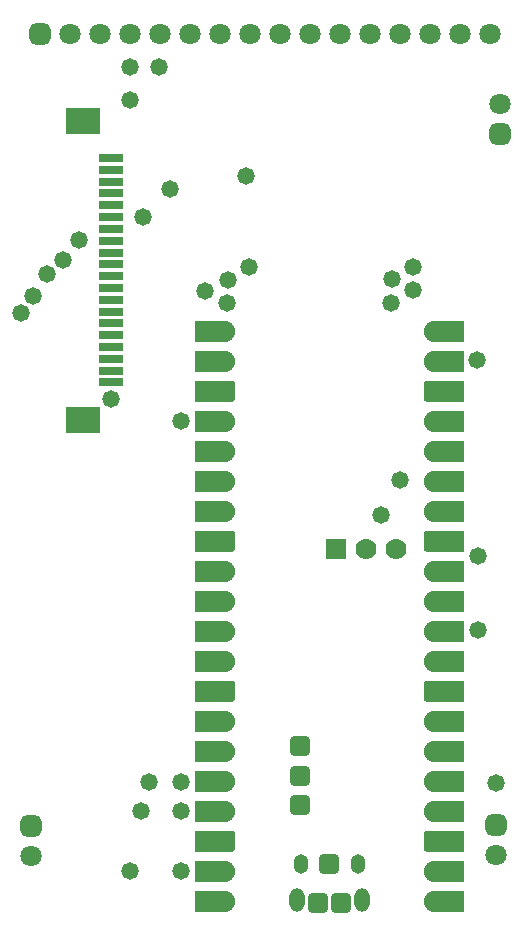
<source format=gbs>
G04*
G04 #@! TF.GenerationSoftware,Altium Limited,Altium Designer,25.2.1 (25)*
G04*
G04 Layer_Color=16711935*
%FSLAX45Y45*%
%MOMM*%
G71*
G04*
G04 #@! TF.SameCoordinates,CBFBDC55-191E-4970-A60F-4FA5A60A4AEF*
G04*
G04*
G04 #@! TF.FilePolarity,Negative*
G04*
G01*
G75*
G04:AMPARAMS|DCode=13|XSize=1.8032mm|YSize=1.8032mm|CornerRadius=0.5016mm|HoleSize=0mm|Usage=FLASHONLY|Rotation=90.000|XOffset=0mm|YOffset=0mm|HoleType=Round|Shape=RoundedRectangle|*
%AMROUNDEDRECTD13*
21,1,1.80320,0.80000,0,0,90.0*
21,1,0.80000,1.80320,0,0,90.0*
1,1,1.00320,0.40000,0.40000*
1,1,1.00320,0.40000,-0.40000*
1,1,1.00320,-0.40000,-0.40000*
1,1,1.00320,-0.40000,0.40000*
%
%ADD13ROUNDEDRECTD13*%
%ADD14C,1.80320*%
G04:AMPARAMS|DCode=15|XSize=1.8032mm|YSize=1.8032mm|CornerRadius=0.5016mm|HoleSize=0mm|Usage=FLASHONLY|Rotation=0.000|XOffset=0mm|YOffset=0mm|HoleType=Round|Shape=RoundedRectangle|*
%AMROUNDEDRECTD15*
21,1,1.80320,0.80000,0,0,0.0*
21,1,0.80000,1.80320,0,0,0.0*
1,1,1.00320,0.40000,-0.40000*
1,1,1.00320,-0.40000,-0.40000*
1,1,1.00320,-0.40000,0.40000*
1,1,1.00320,0.40000,0.40000*
%
%ADD15ROUNDEDRECTD15*%
%ADD16C,1.47320*%
%ADD30R,1.77800X1.77800*%
%ADD31C,1.77800*%
%ADD32O,1.25320X1.65320*%
%ADD33O,1.30320X2.00320*%
G04:AMPARAMS|DCode=34|XSize=1.7032mm|YSize=1.7032mm|CornerRadius=0.4016mm|HoleSize=0mm|Usage=FLASHONLY|Rotation=0.000|XOffset=0mm|YOffset=0mm|HoleType=Round|Shape=RoundedRectangle|*
%AMROUNDEDRECTD34*
21,1,1.70320,0.90000,0,0,0.0*
21,1,0.90000,1.70320,0,0,0.0*
1,1,0.80320,0.45000,-0.45000*
1,1,0.80320,-0.45000,-0.45000*
1,1,0.80320,-0.45000,0.45000*
1,1,0.80320,0.45000,0.45000*
%
%ADD34ROUNDEDRECTD34*%
%ADD35R,3.00320X2.30320*%
%ADD36R,2.10320X0.80320*%
G36*
X1815700Y47100D02*
X1820400Y47500D01*
X1825100Y48100D01*
X1829700Y49000D01*
X1834300Y50100D01*
X1838800Y51400D01*
X1843300Y53000D01*
X1847600Y54800D01*
X1851900Y56800D01*
X1856000Y59100D01*
X1860000Y61500D01*
X1863900Y64200D01*
X1867600Y67100D01*
X1871200Y70100D01*
X1874600Y73400D01*
X1877900Y76800D01*
X1880900Y80400D01*
X1883800Y84100D01*
X1886500Y88000D01*
X1888900Y92000D01*
X1891200Y96100D01*
X1893200Y100400D01*
X1895000Y104700D01*
X1896600Y109200D01*
X1897900Y113700D01*
X1899000Y118300D01*
X1899900Y122900D01*
X1900500Y127600D01*
X1900900Y132300D01*
X1901000Y137000D01*
X1900900Y141700D01*
X1900500Y146400D01*
X1899900Y151100D01*
X1899000Y155700D01*
X1897900Y160300D01*
X1896600Y164800D01*
X1895000Y169300D01*
X1893200Y173600D01*
X1891200Y177900D01*
X1888900Y182000D01*
X1886500Y186000D01*
X1883800Y189900D01*
X1880900Y193600D01*
X1877900Y197200D01*
X1874600Y200600D01*
X1871200Y203900D01*
X1867600Y206900D01*
X1863900Y209800D01*
X1860000Y212500D01*
X1856000Y214900D01*
X1851900Y217200D01*
X1847600Y219200D01*
X1843300Y221000D01*
X1838800Y222600D01*
X1834300Y223900D01*
X1829700Y225000D01*
X1825100Y225900D01*
X1820400Y226500D01*
X1815700Y226900D01*
X1811000Y227000D01*
X1561000D01*
Y47000D01*
X1811000D01*
X1815700Y47100D01*
D02*
G37*
G36*
Y301100D02*
X1820400Y301500D01*
X1825100Y302100D01*
X1829700Y303000D01*
X1834300Y304100D01*
X1838800Y305400D01*
X1843300Y307000D01*
X1847600Y308800D01*
X1851900Y310800D01*
X1856000Y313100D01*
X1860000Y315500D01*
X1863900Y318200D01*
X1867600Y321100D01*
X1871200Y324100D01*
X1874600Y327400D01*
X1877900Y330800D01*
X1880900Y334400D01*
X1883800Y338100D01*
X1886500Y342000D01*
X1888900Y346000D01*
X1891200Y350100D01*
X1893200Y354400D01*
X1895000Y358700D01*
X1896600Y363200D01*
X1897900Y367700D01*
X1899000Y372300D01*
X1899900Y376900D01*
X1900500Y381600D01*
X1900900Y386300D01*
X1901000Y391000D01*
X1900900Y395700D01*
X1900500Y400400D01*
X1899900Y405100D01*
X1899000Y409700D01*
X1897900Y414300D01*
X1896600Y418800D01*
X1895000Y423300D01*
X1893200Y427600D01*
X1891200Y431900D01*
X1888900Y436000D01*
X1886500Y440000D01*
X1883800Y443900D01*
X1880900Y447600D01*
X1877900Y451200D01*
X1874600Y454600D01*
X1871200Y457900D01*
X1867600Y460900D01*
X1863900Y463800D01*
X1860000Y466500D01*
X1856000Y468900D01*
X1851900Y471200D01*
X1847600Y473200D01*
X1843300Y475000D01*
X1838800Y476600D01*
X1834300Y477900D01*
X1829700Y479000D01*
X1825100Y479900D01*
X1820400Y480500D01*
X1815700Y480900D01*
X1811000Y481000D01*
X1561000D01*
Y301000D01*
X1811000D01*
X1815700Y301100D01*
D02*
G37*
G36*
X1874100Y555200D02*
X1875700Y555400D01*
X1877200Y555700D01*
X1878800Y556000D01*
X1880300Y556500D01*
X1881800Y557000D01*
X1883200Y557600D01*
X1884600Y558300D01*
X1886000Y559000D01*
X1887300Y559800D01*
X1888600Y560700D01*
X1889900Y561700D01*
X1891100Y562700D01*
X1892200Y563800D01*
X1893300Y564900D01*
X1894300Y566100D01*
X1895300Y567400D01*
X1896200Y568700D01*
X1897000Y570000D01*
X1897700Y571400D01*
X1898400Y572800D01*
X1899000Y574200D01*
X1899500Y575700D01*
X1900000Y577200D01*
X1900300Y578800D01*
X1900600Y580300D01*
X1900800Y581900D01*
X1901000Y583400D01*
Y585000D01*
Y705000D01*
Y706600D01*
X1900800Y708100D01*
X1900600Y709700D01*
X1900300Y711200D01*
X1900000Y712800D01*
X1899500Y714300D01*
X1899000Y715800D01*
X1898400Y717200D01*
X1897700Y718600D01*
X1897000Y720000D01*
X1896200Y721300D01*
X1895300Y722600D01*
X1894300Y723900D01*
X1893300Y725100D01*
X1892200Y726200D01*
X1891100Y727300D01*
X1889900Y728300D01*
X1888600Y729300D01*
X1887300Y730200D01*
X1886000Y731000D01*
X1884600Y731700D01*
X1883200Y732400D01*
X1881800Y733000D01*
X1880300Y733500D01*
X1878800Y734000D01*
X1877200Y734300D01*
X1875700Y734600D01*
X1874100Y734800D01*
X1872600Y735000D01*
X1561000D01*
Y555000D01*
X1872600D01*
X1874100Y555200D01*
D02*
G37*
G36*
X1815700Y809100D02*
X1820400Y809500D01*
X1825100Y810100D01*
X1829700Y811000D01*
X1834300Y812100D01*
X1838800Y813400D01*
X1843300Y815000D01*
X1847600Y816800D01*
X1851900Y818800D01*
X1856000Y821100D01*
X1860000Y823500D01*
X1863900Y826200D01*
X1867600Y829100D01*
X1871200Y832100D01*
X1874600Y835400D01*
X1877900Y838800D01*
X1880900Y842400D01*
X1883800Y846100D01*
X1886500Y850000D01*
X1888900Y854000D01*
X1891200Y858100D01*
X1893200Y862400D01*
X1895000Y866700D01*
X1896600Y871200D01*
X1897900Y875700D01*
X1899000Y880300D01*
X1899900Y884900D01*
X1900500Y889600D01*
X1900900Y894300D01*
X1901000Y899000D01*
X1900900Y903700D01*
X1900500Y908400D01*
X1899900Y913100D01*
X1899000Y917700D01*
X1897900Y922300D01*
X1896600Y926800D01*
X1895000Y931300D01*
X1893200Y935600D01*
X1891200Y939900D01*
X1888900Y944000D01*
X1886500Y948000D01*
X1883800Y951900D01*
X1880900Y955600D01*
X1877900Y959200D01*
X1874600Y962600D01*
X1871200Y965900D01*
X1867600Y968900D01*
X1863900Y971800D01*
X1860000Y974500D01*
X1856000Y976900D01*
X1851900Y979200D01*
X1847600Y981200D01*
X1843300Y983000D01*
X1838800Y984600D01*
X1834300Y985900D01*
X1829700Y987000D01*
X1825100Y987900D01*
X1820400Y988500D01*
X1815700Y988900D01*
X1811000Y989000D01*
X1561000D01*
Y809000D01*
X1811000D01*
X1815700Y809100D01*
D02*
G37*
G36*
Y1063100D02*
X1820400Y1063500D01*
X1825100Y1064100D01*
X1829700Y1065000D01*
X1834300Y1066100D01*
X1838800Y1067400D01*
X1843300Y1069000D01*
X1847600Y1070800D01*
X1851900Y1072800D01*
X1856000Y1075100D01*
X1860000Y1077500D01*
X1863900Y1080200D01*
X1867600Y1083100D01*
X1871200Y1086100D01*
X1874600Y1089400D01*
X1877900Y1092800D01*
X1880900Y1096400D01*
X1883800Y1100100D01*
X1886500Y1104000D01*
X1888900Y1108000D01*
X1891200Y1112100D01*
X1893200Y1116400D01*
X1895000Y1120700D01*
X1896600Y1125200D01*
X1897900Y1129700D01*
X1899000Y1134300D01*
X1899900Y1138900D01*
X1900500Y1143600D01*
X1900900Y1148300D01*
X1901000Y1153000D01*
X1900900Y1157700D01*
X1900500Y1162400D01*
X1899900Y1167100D01*
X1899000Y1171700D01*
X1897900Y1176300D01*
X1896600Y1180800D01*
X1895000Y1185300D01*
X1893200Y1189600D01*
X1891200Y1193900D01*
X1888900Y1198000D01*
X1886500Y1202000D01*
X1883800Y1205900D01*
X1880900Y1209600D01*
X1877900Y1213200D01*
X1874600Y1216600D01*
X1871200Y1219900D01*
X1867600Y1222900D01*
X1863900Y1225800D01*
X1860000Y1228500D01*
X1856000Y1230900D01*
X1851900Y1233200D01*
X1847600Y1235200D01*
X1843300Y1237000D01*
X1838800Y1238600D01*
X1834300Y1239900D01*
X1829700Y1241000D01*
X1825100Y1241900D01*
X1820400Y1242500D01*
X1815700Y1242900D01*
X1811000Y1243000D01*
X1561000D01*
Y1063000D01*
X1811000D01*
X1815700Y1063100D01*
D02*
G37*
G36*
X3839000Y227000D02*
X3589000D01*
X3584300Y226900D01*
X3579600Y226500D01*
X3574900Y225900D01*
X3570300Y225000D01*
X3565700Y223900D01*
X3561200Y222600D01*
X3556700Y221000D01*
X3552400Y219200D01*
X3548100Y217200D01*
X3544000Y214900D01*
X3540000Y212500D01*
X3536100Y209800D01*
X3532400Y206900D01*
X3528800Y203900D01*
X3525400Y200600D01*
X3522100Y197200D01*
X3519100Y193600D01*
X3516200Y189900D01*
X3513500Y186000D01*
X3511100Y182000D01*
X3508800Y177900D01*
X3506800Y173600D01*
X3505000Y169300D01*
X3503400Y164800D01*
X3502100Y160300D01*
X3501000Y155700D01*
X3500100Y151100D01*
X3499500Y146400D01*
X3499100Y141700D01*
X3499000Y137000D01*
X3499100Y132300D01*
X3499500Y127600D01*
X3500100Y122900D01*
X3501000Y118300D01*
X3502100Y113700D01*
X3503400Y109200D01*
X3505000Y104700D01*
X3506800Y100400D01*
X3508800Y96100D01*
X3511100Y92000D01*
X3513500Y88000D01*
X3516200Y84100D01*
X3519100Y80400D01*
X3522100Y76800D01*
X3525400Y73400D01*
X3528800Y70100D01*
X3532400Y67100D01*
X3536100Y64200D01*
X3540000Y61500D01*
X3544000Y59100D01*
X3548100Y56800D01*
X3552400Y54800D01*
X3556700Y53000D01*
X3561200Y51400D01*
X3565700Y50100D01*
X3570300Y49000D01*
X3574900Y48100D01*
X3579600Y47500D01*
X3584300Y47100D01*
X3589000Y47000D01*
X3839000D01*
Y227000D01*
D02*
G37*
G36*
Y481000D02*
X3589000D01*
X3584300Y480900D01*
X3579600Y480500D01*
X3574900Y479900D01*
X3570300Y479000D01*
X3565700Y477900D01*
X3561200Y476600D01*
X3556700Y475000D01*
X3552400Y473200D01*
X3548100Y471200D01*
X3544000Y468900D01*
X3540000Y466500D01*
X3536100Y463800D01*
X3532400Y460900D01*
X3528800Y457900D01*
X3525400Y454600D01*
X3522100Y451200D01*
X3519100Y447600D01*
X3516200Y443900D01*
X3513500Y440000D01*
X3511100Y436000D01*
X3508800Y431900D01*
X3506800Y427600D01*
X3505000Y423300D01*
X3503400Y418800D01*
X3502100Y414300D01*
X3501000Y409700D01*
X3500100Y405100D01*
X3499500Y400400D01*
X3499100Y395700D01*
X3499000Y391000D01*
X3499100Y386300D01*
X3499500Y381600D01*
X3500100Y376900D01*
X3501000Y372300D01*
X3502100Y367700D01*
X3503400Y363200D01*
X3505000Y358700D01*
X3506800Y354400D01*
X3508800Y350100D01*
X3511100Y346000D01*
X3513500Y342000D01*
X3516200Y338100D01*
X3519100Y334400D01*
X3522100Y330800D01*
X3525400Y327400D01*
X3528800Y324100D01*
X3532400Y321100D01*
X3536100Y318200D01*
X3540000Y315500D01*
X3544000Y313100D01*
X3548100Y310800D01*
X3552400Y308800D01*
X3556700Y307000D01*
X3561200Y305400D01*
X3565700Y304100D01*
X3570300Y303000D01*
X3574900Y302100D01*
X3579600Y301500D01*
X3584300Y301100D01*
X3589000Y301000D01*
X3839000D01*
Y481000D01*
D02*
G37*
G36*
Y735000D02*
X3527400D01*
X3525900Y734800D01*
X3524300Y734600D01*
X3522800Y734300D01*
X3521200Y734000D01*
X3519700Y733500D01*
X3518200Y733000D01*
X3516800Y732400D01*
X3515400Y731700D01*
X3514000Y731000D01*
X3512700Y730200D01*
X3511400Y729300D01*
X3510100Y728300D01*
X3508900Y727300D01*
X3507800Y726200D01*
X3506700Y725100D01*
X3505700Y723900D01*
X3504700Y722600D01*
X3503800Y721300D01*
X3503000Y720000D01*
X3502300Y718600D01*
X3501600Y717200D01*
X3501000Y715800D01*
X3500500Y714300D01*
X3500000Y712800D01*
X3499700Y711200D01*
X3499400Y709700D01*
X3499200Y708100D01*
X3499000Y706600D01*
Y705000D01*
Y585000D01*
Y583400D01*
X3499200Y581900D01*
X3499400Y580300D01*
X3499700Y578800D01*
X3500000Y577200D01*
X3500500Y575700D01*
X3501000Y574200D01*
X3501600Y572800D01*
X3502300Y571400D01*
X3503000Y570000D01*
X3503800Y568700D01*
X3504700Y567400D01*
X3505700Y566100D01*
X3506700Y564900D01*
X3507800Y563800D01*
X3508900Y562700D01*
X3510100Y561700D01*
X3511400Y560700D01*
X3512700Y559800D01*
X3514000Y559000D01*
X3515400Y558300D01*
X3516800Y557600D01*
X3518200Y557000D01*
X3519700Y556500D01*
X3521200Y556000D01*
X3522800Y555700D01*
X3524300Y555400D01*
X3525900Y555200D01*
X3527400Y555000D01*
X3839000D01*
Y735000D01*
D02*
G37*
G36*
Y989000D02*
X3589000D01*
X3584300Y988900D01*
X3579600Y988500D01*
X3574900Y987900D01*
X3570300Y987000D01*
X3565700Y985900D01*
X3561200Y984600D01*
X3556700Y983000D01*
X3552400Y981200D01*
X3548100Y979200D01*
X3544000Y976900D01*
X3540000Y974500D01*
X3536100Y971800D01*
X3532400Y968900D01*
X3528800Y965900D01*
X3525400Y962600D01*
X3522100Y959200D01*
X3519100Y955600D01*
X3516200Y951900D01*
X3513500Y948000D01*
X3511100Y944000D01*
X3508800Y939900D01*
X3506800Y935600D01*
X3505000Y931300D01*
X3503400Y926800D01*
X3502100Y922300D01*
X3501000Y917700D01*
X3500100Y913100D01*
X3499500Y908400D01*
X3499100Y903700D01*
X3499000Y899000D01*
X3499100Y894300D01*
X3499500Y889600D01*
X3500100Y884900D01*
X3501000Y880300D01*
X3502100Y875700D01*
X3503400Y871200D01*
X3505000Y866700D01*
X3506800Y862400D01*
X3508800Y858100D01*
X3511100Y854000D01*
X3513500Y850000D01*
X3516200Y846100D01*
X3519100Y842400D01*
X3522100Y838800D01*
X3525400Y835400D01*
X3528800Y832100D01*
X3532400Y829100D01*
X3536100Y826200D01*
X3540000Y823500D01*
X3544000Y821100D01*
X3548100Y818800D01*
X3552400Y816800D01*
X3556700Y815000D01*
X3561200Y813400D01*
X3565700Y812100D01*
X3570300Y811000D01*
X3574900Y810100D01*
X3579600Y809500D01*
X3584300Y809100D01*
X3589000Y809000D01*
X3839000D01*
Y989000D01*
D02*
G37*
G36*
Y1243000D02*
X3589000D01*
X3584300Y1242900D01*
X3579600Y1242500D01*
X3574900Y1241900D01*
X3570300Y1241000D01*
X3565700Y1239900D01*
X3561200Y1238600D01*
X3556700Y1237000D01*
X3552400Y1235200D01*
X3548100Y1233200D01*
X3544000Y1230900D01*
X3540000Y1228500D01*
X3536100Y1225800D01*
X3532400Y1222900D01*
X3528800Y1219900D01*
X3525400Y1216600D01*
X3522100Y1213200D01*
X3519100Y1209600D01*
X3516200Y1205900D01*
X3513500Y1202000D01*
X3511100Y1198000D01*
X3508800Y1193900D01*
X3506800Y1189600D01*
X3505000Y1185300D01*
X3503400Y1180800D01*
X3502100Y1176300D01*
X3501000Y1171700D01*
X3500100Y1167100D01*
X3499500Y1162400D01*
X3499100Y1157700D01*
X3499000Y1153000D01*
X3499100Y1148300D01*
X3499500Y1143600D01*
X3500100Y1138900D01*
X3501000Y1134300D01*
X3502100Y1129700D01*
X3503400Y1125200D01*
X3505000Y1120700D01*
X3506800Y1116400D01*
X3508800Y1112100D01*
X3511100Y1108000D01*
X3513500Y1104000D01*
X3516200Y1100100D01*
X3519100Y1096400D01*
X3522100Y1092800D01*
X3525400Y1089400D01*
X3528800Y1086100D01*
X3532400Y1083100D01*
X3536100Y1080200D01*
X3540000Y1077500D01*
X3544000Y1075100D01*
X3548100Y1072800D01*
X3552400Y1070800D01*
X3556700Y1069000D01*
X3561200Y1067400D01*
X3565700Y1066100D01*
X3570300Y1065000D01*
X3574900Y1064100D01*
X3579600Y1063500D01*
X3584300Y1063100D01*
X3589000Y1063000D01*
X3839000D01*
Y1243000D01*
D02*
G37*
G36*
X1815700Y1317100D02*
X1820400Y1317500D01*
X1825100Y1318100D01*
X1829700Y1319000D01*
X1834300Y1320100D01*
X1838800Y1321400D01*
X1843300Y1323000D01*
X1847600Y1324800D01*
X1851900Y1326800D01*
X1856000Y1329100D01*
X1860000Y1331500D01*
X1863900Y1334200D01*
X1867600Y1337100D01*
X1871200Y1340100D01*
X1874600Y1343400D01*
X1877900Y1346800D01*
X1880900Y1350400D01*
X1883800Y1354100D01*
X1886500Y1358000D01*
X1888900Y1362000D01*
X1891200Y1366100D01*
X1893200Y1370400D01*
X1895000Y1374700D01*
X1896600Y1379200D01*
X1897900Y1383700D01*
X1899000Y1388300D01*
X1899900Y1392900D01*
X1900500Y1397600D01*
X1900900Y1402300D01*
X1901000Y1407000D01*
X1900900Y1411700D01*
X1900500Y1416400D01*
X1899900Y1421100D01*
X1899000Y1425700D01*
X1897900Y1430300D01*
X1896600Y1434800D01*
X1895000Y1439300D01*
X1893200Y1443600D01*
X1891200Y1447900D01*
X1888900Y1452000D01*
X1886500Y1456000D01*
X1883800Y1459900D01*
X1880900Y1463600D01*
X1877900Y1467200D01*
X1874600Y1470600D01*
X1871200Y1473900D01*
X1867600Y1476900D01*
X1863900Y1479800D01*
X1860000Y1482500D01*
X1856000Y1484900D01*
X1851900Y1487200D01*
X1847600Y1489200D01*
X1843300Y1491000D01*
X1838800Y1492600D01*
X1834300Y1493900D01*
X1829700Y1495000D01*
X1825100Y1495900D01*
X1820400Y1496500D01*
X1815700Y1496900D01*
X1811000Y1497000D01*
X1561000D01*
Y1317000D01*
X1811000D01*
X1815700Y1317100D01*
D02*
G37*
G36*
Y1571100D02*
X1820400Y1571500D01*
X1825100Y1572100D01*
X1829700Y1573000D01*
X1834300Y1574100D01*
X1838800Y1575400D01*
X1843300Y1577000D01*
X1847600Y1578800D01*
X1851900Y1580800D01*
X1856000Y1583100D01*
X1860000Y1585500D01*
X1863900Y1588200D01*
X1867600Y1591100D01*
X1871200Y1594100D01*
X1874600Y1597400D01*
X1877900Y1600800D01*
X1880900Y1604400D01*
X1883800Y1608100D01*
X1886500Y1612000D01*
X1888900Y1616000D01*
X1891200Y1620100D01*
X1893200Y1624400D01*
X1895000Y1628700D01*
X1896600Y1633200D01*
X1897900Y1637700D01*
X1899000Y1642300D01*
X1899900Y1646900D01*
X1900500Y1651600D01*
X1900900Y1656300D01*
X1901000Y1661000D01*
X1900900Y1665700D01*
X1900500Y1670400D01*
X1899900Y1675100D01*
X1899000Y1679700D01*
X1897900Y1684300D01*
X1896600Y1688800D01*
X1895000Y1693300D01*
X1893200Y1697600D01*
X1891200Y1701900D01*
X1888900Y1706000D01*
X1886500Y1710000D01*
X1883800Y1713900D01*
X1880900Y1717600D01*
X1877900Y1721200D01*
X1874600Y1724600D01*
X1871200Y1727900D01*
X1867600Y1730900D01*
X1863900Y1733800D01*
X1860000Y1736500D01*
X1856000Y1738900D01*
X1851900Y1741200D01*
X1847600Y1743200D01*
X1843300Y1745000D01*
X1838800Y1746600D01*
X1834300Y1747900D01*
X1829700Y1749000D01*
X1825100Y1749900D01*
X1820400Y1750500D01*
X1815700Y1750900D01*
X1811000Y1751000D01*
X1561000D01*
Y1571000D01*
X1811000D01*
X1815700Y1571100D01*
D02*
G37*
G36*
X1874100Y1825200D02*
X1875700Y1825400D01*
X1877200Y1825700D01*
X1878800Y1826000D01*
X1880300Y1826500D01*
X1881800Y1827000D01*
X1883200Y1827600D01*
X1884600Y1828300D01*
X1886000Y1829000D01*
X1887300Y1829800D01*
X1888600Y1830700D01*
X1889900Y1831700D01*
X1891100Y1832700D01*
X1892200Y1833800D01*
X1893300Y1834900D01*
X1894300Y1836100D01*
X1895300Y1837400D01*
X1896200Y1838700D01*
X1897000Y1840000D01*
X1897700Y1841400D01*
X1898400Y1842800D01*
X1899000Y1844200D01*
X1899500Y1845700D01*
X1900000Y1847200D01*
X1900300Y1848800D01*
X1900600Y1850300D01*
X1900800Y1851900D01*
X1901000Y1853400D01*
Y1855000D01*
Y1975000D01*
Y1976600D01*
X1900800Y1978100D01*
X1900600Y1979700D01*
X1900300Y1981200D01*
X1900000Y1982800D01*
X1899500Y1984300D01*
X1899000Y1985800D01*
X1898400Y1987200D01*
X1897700Y1988600D01*
X1897000Y1990000D01*
X1896200Y1991300D01*
X1895300Y1992600D01*
X1894300Y1993900D01*
X1893300Y1995100D01*
X1892200Y1996200D01*
X1891100Y1997300D01*
X1889900Y1998300D01*
X1888600Y1999300D01*
X1887300Y2000200D01*
X1886000Y2001000D01*
X1884600Y2001700D01*
X1883200Y2002400D01*
X1881800Y2003000D01*
X1880300Y2003500D01*
X1878800Y2004000D01*
X1877200Y2004300D01*
X1875700Y2004600D01*
X1874100Y2004800D01*
X1872600Y2005000D01*
X1561000D01*
Y1825000D01*
X1872600D01*
X1874100Y1825200D01*
D02*
G37*
G36*
X1815700Y2079100D02*
X1820400Y2079500D01*
X1825100Y2080100D01*
X1829700Y2081000D01*
X1834300Y2082100D01*
X1838800Y2083400D01*
X1843300Y2085000D01*
X1847600Y2086800D01*
X1851900Y2088800D01*
X1856000Y2091100D01*
X1860000Y2093500D01*
X1863900Y2096200D01*
X1867600Y2099100D01*
X1871200Y2102100D01*
X1874600Y2105400D01*
X1877900Y2108800D01*
X1880900Y2112400D01*
X1883800Y2116100D01*
X1886500Y2120000D01*
X1888900Y2124000D01*
X1891200Y2128100D01*
X1893200Y2132400D01*
X1895000Y2136700D01*
X1896600Y2141200D01*
X1897900Y2145700D01*
X1899000Y2150300D01*
X1899900Y2154900D01*
X1900500Y2159600D01*
X1900900Y2164300D01*
X1901000Y2169000D01*
X1900900Y2173700D01*
X1900500Y2178400D01*
X1899900Y2183100D01*
X1899000Y2187700D01*
X1897900Y2192300D01*
X1896600Y2196800D01*
X1895000Y2201300D01*
X1893200Y2205600D01*
X1891200Y2209900D01*
X1888900Y2214000D01*
X1886500Y2218000D01*
X1883800Y2221900D01*
X1880900Y2225600D01*
X1877900Y2229200D01*
X1874600Y2232600D01*
X1871200Y2235900D01*
X1867600Y2238900D01*
X1863900Y2241800D01*
X1860000Y2244500D01*
X1856000Y2246900D01*
X1851900Y2249200D01*
X1847600Y2251200D01*
X1843300Y2253000D01*
X1838800Y2254600D01*
X1834300Y2255900D01*
X1829700Y2257000D01*
X1825100Y2257900D01*
X1820400Y2258500D01*
X1815700Y2258900D01*
X1811000Y2259000D01*
X1561000D01*
Y2079000D01*
X1811000D01*
X1815700Y2079100D01*
D02*
G37*
G36*
Y2333100D02*
X1820400Y2333500D01*
X1825100Y2334100D01*
X1829700Y2335000D01*
X1834300Y2336100D01*
X1838800Y2337400D01*
X1843300Y2339000D01*
X1847600Y2340800D01*
X1851900Y2342800D01*
X1856000Y2345100D01*
X1860000Y2347500D01*
X1863900Y2350200D01*
X1867600Y2353100D01*
X1871200Y2356100D01*
X1874600Y2359400D01*
X1877900Y2362800D01*
X1880900Y2366400D01*
X1883800Y2370100D01*
X1886500Y2374000D01*
X1888900Y2378000D01*
X1891200Y2382100D01*
X1893200Y2386400D01*
X1895000Y2390700D01*
X1896600Y2395200D01*
X1897900Y2399700D01*
X1899000Y2404300D01*
X1899900Y2408900D01*
X1900500Y2413600D01*
X1900900Y2418300D01*
X1901000Y2423000D01*
X1900900Y2427700D01*
X1900500Y2432400D01*
X1899900Y2437100D01*
X1899000Y2441700D01*
X1897900Y2446300D01*
X1896600Y2450800D01*
X1895000Y2455300D01*
X1893200Y2459600D01*
X1891200Y2463900D01*
X1888900Y2468000D01*
X1886500Y2472000D01*
X1883800Y2475900D01*
X1880900Y2479600D01*
X1877900Y2483200D01*
X1874600Y2486600D01*
X1871200Y2489900D01*
X1867600Y2492900D01*
X1863900Y2495800D01*
X1860000Y2498500D01*
X1856000Y2500900D01*
X1851900Y2503200D01*
X1847600Y2505200D01*
X1843300Y2507000D01*
X1838800Y2508600D01*
X1834300Y2509900D01*
X1829700Y2511000D01*
X1825100Y2511900D01*
X1820400Y2512500D01*
X1815700Y2512900D01*
X1811000Y2513000D01*
X1561000D01*
Y2333000D01*
X1811000D01*
X1815700Y2333100D01*
D02*
G37*
G36*
X3839000Y1497000D02*
X3589000D01*
X3584300Y1496900D01*
X3579600Y1496500D01*
X3574900Y1495900D01*
X3570300Y1495000D01*
X3565700Y1493900D01*
X3561200Y1492600D01*
X3556700Y1491000D01*
X3552400Y1489200D01*
X3548100Y1487200D01*
X3544000Y1484900D01*
X3540000Y1482500D01*
X3536100Y1479800D01*
X3532400Y1476900D01*
X3528800Y1473900D01*
X3525400Y1470600D01*
X3522100Y1467200D01*
X3519100Y1463600D01*
X3516200Y1459900D01*
X3513500Y1456000D01*
X3511100Y1452000D01*
X3508800Y1447900D01*
X3506800Y1443600D01*
X3505000Y1439300D01*
X3503400Y1434800D01*
X3502100Y1430300D01*
X3501000Y1425700D01*
X3500100Y1421100D01*
X3499500Y1416400D01*
X3499100Y1411700D01*
X3499000Y1407000D01*
X3499100Y1402300D01*
X3499500Y1397600D01*
X3500100Y1392900D01*
X3501000Y1388300D01*
X3502100Y1383700D01*
X3503400Y1379200D01*
X3505000Y1374700D01*
X3506800Y1370400D01*
X3508800Y1366100D01*
X3511100Y1362000D01*
X3513500Y1358000D01*
X3516200Y1354100D01*
X3519100Y1350400D01*
X3522100Y1346800D01*
X3525400Y1343400D01*
X3528800Y1340100D01*
X3532400Y1337100D01*
X3536100Y1334200D01*
X3540000Y1331500D01*
X3544000Y1329100D01*
X3548100Y1326800D01*
X3552400Y1324800D01*
X3556700Y1323000D01*
X3561200Y1321400D01*
X3565700Y1320100D01*
X3570300Y1319000D01*
X3574900Y1318100D01*
X3579600Y1317500D01*
X3584300Y1317100D01*
X3589000Y1317000D01*
X3839000D01*
Y1497000D01*
D02*
G37*
G36*
Y1751000D02*
X3589000D01*
X3584300Y1750900D01*
X3579600Y1750500D01*
X3574900Y1749900D01*
X3570300Y1749000D01*
X3565700Y1747900D01*
X3561200Y1746600D01*
X3556700Y1745000D01*
X3552400Y1743200D01*
X3548100Y1741200D01*
X3544000Y1738900D01*
X3540000Y1736500D01*
X3536100Y1733800D01*
X3532400Y1730900D01*
X3528800Y1727900D01*
X3525400Y1724600D01*
X3522100Y1721200D01*
X3519100Y1717600D01*
X3516200Y1713900D01*
X3513500Y1710000D01*
X3511100Y1706000D01*
X3508800Y1701900D01*
X3506800Y1697600D01*
X3505000Y1693300D01*
X3503400Y1688800D01*
X3502100Y1684300D01*
X3501000Y1679700D01*
X3500100Y1675100D01*
X3499500Y1670400D01*
X3499100Y1665700D01*
X3499000Y1661000D01*
X3499100Y1656300D01*
X3499500Y1651600D01*
X3500100Y1646900D01*
X3501000Y1642300D01*
X3502100Y1637700D01*
X3503400Y1633200D01*
X3505000Y1628700D01*
X3506800Y1624400D01*
X3508800Y1620100D01*
X3511100Y1616000D01*
X3513500Y1612000D01*
X3516200Y1608100D01*
X3519100Y1604400D01*
X3522100Y1600800D01*
X3525400Y1597400D01*
X3528800Y1594100D01*
X3532400Y1591100D01*
X3536100Y1588200D01*
X3540000Y1585500D01*
X3544000Y1583100D01*
X3548100Y1580800D01*
X3552400Y1578800D01*
X3556700Y1577000D01*
X3561200Y1575400D01*
X3565700Y1574100D01*
X3570300Y1573000D01*
X3574900Y1572100D01*
X3579600Y1571500D01*
X3584300Y1571100D01*
X3589000Y1571000D01*
X3839000D01*
Y1751000D01*
D02*
G37*
G36*
Y2005000D02*
X3527400D01*
X3525900Y2004800D01*
X3524300Y2004600D01*
X3522800Y2004300D01*
X3521200Y2004000D01*
X3519700Y2003500D01*
X3518200Y2003000D01*
X3516800Y2002400D01*
X3515400Y2001700D01*
X3514000Y2001000D01*
X3512700Y2000200D01*
X3511400Y1999300D01*
X3510100Y1998300D01*
X3508900Y1997300D01*
X3507800Y1996200D01*
X3506700Y1995100D01*
X3505700Y1993900D01*
X3504700Y1992600D01*
X3503800Y1991300D01*
X3503000Y1990000D01*
X3502300Y1988600D01*
X3501600Y1987200D01*
X3501000Y1985800D01*
X3500500Y1984300D01*
X3500000Y1982800D01*
X3499700Y1981200D01*
X3499400Y1979700D01*
X3499200Y1978100D01*
X3499000Y1976600D01*
Y1975000D01*
Y1855000D01*
Y1853400D01*
X3499200Y1851900D01*
X3499400Y1850300D01*
X3499700Y1848800D01*
X3500000Y1847200D01*
X3500500Y1845700D01*
X3501000Y1844200D01*
X3501600Y1842800D01*
X3502300Y1841400D01*
X3503000Y1840000D01*
X3503800Y1838700D01*
X3504700Y1837400D01*
X3505700Y1836100D01*
X3506700Y1834900D01*
X3507800Y1833800D01*
X3508900Y1832700D01*
X3510100Y1831700D01*
X3511400Y1830700D01*
X3512700Y1829800D01*
X3514000Y1829000D01*
X3515400Y1828300D01*
X3516800Y1827600D01*
X3518200Y1827000D01*
X3519700Y1826500D01*
X3521200Y1826000D01*
X3522800Y1825700D01*
X3524300Y1825400D01*
X3525900Y1825200D01*
X3527400Y1825000D01*
X3839000D01*
Y2005000D01*
D02*
G37*
G36*
Y2259000D02*
X3589000D01*
X3584300Y2258900D01*
X3579600Y2258500D01*
X3574900Y2257900D01*
X3570300Y2257000D01*
X3565700Y2255900D01*
X3561200Y2254600D01*
X3556700Y2253000D01*
X3552400Y2251200D01*
X3548100Y2249200D01*
X3544000Y2246900D01*
X3540000Y2244500D01*
X3536100Y2241800D01*
X3532400Y2238900D01*
X3528800Y2235900D01*
X3525400Y2232600D01*
X3522100Y2229200D01*
X3519100Y2225600D01*
X3516200Y2221900D01*
X3513500Y2218000D01*
X3511100Y2214000D01*
X3508800Y2209900D01*
X3506800Y2205600D01*
X3505000Y2201300D01*
X3503400Y2196800D01*
X3502100Y2192300D01*
X3501000Y2187700D01*
X3500100Y2183100D01*
X3499500Y2178400D01*
X3499100Y2173700D01*
X3499000Y2169000D01*
X3499100Y2164300D01*
X3499500Y2159600D01*
X3500100Y2154900D01*
X3501000Y2150300D01*
X3502100Y2145700D01*
X3503400Y2141200D01*
X3505000Y2136700D01*
X3506800Y2132400D01*
X3508800Y2128100D01*
X3511100Y2124000D01*
X3513500Y2120000D01*
X3516200Y2116100D01*
X3519100Y2112400D01*
X3522100Y2108800D01*
X3525400Y2105400D01*
X3528800Y2102100D01*
X3532400Y2099100D01*
X3536100Y2096200D01*
X3540000Y2093500D01*
X3544000Y2091100D01*
X3548100Y2088800D01*
X3552400Y2086800D01*
X3556700Y2085000D01*
X3561200Y2083400D01*
X3565700Y2082100D01*
X3570300Y2081000D01*
X3574900Y2080100D01*
X3579600Y2079500D01*
X3584300Y2079100D01*
X3589000Y2079000D01*
X3839000D01*
Y2259000D01*
D02*
G37*
G36*
Y2513000D02*
X3589000D01*
X3584300Y2512900D01*
X3579600Y2512500D01*
X3574900Y2511900D01*
X3570300Y2511000D01*
X3565700Y2509900D01*
X3561200Y2508600D01*
X3556700Y2507000D01*
X3552400Y2505200D01*
X3548100Y2503200D01*
X3544000Y2500900D01*
X3540000Y2498500D01*
X3536100Y2495800D01*
X3532400Y2492900D01*
X3528800Y2489900D01*
X3525400Y2486600D01*
X3522100Y2483200D01*
X3519100Y2479600D01*
X3516200Y2475900D01*
X3513500Y2472000D01*
X3511100Y2468000D01*
X3508800Y2463900D01*
X3506800Y2459600D01*
X3505000Y2455300D01*
X3503400Y2450800D01*
X3502100Y2446300D01*
X3501000Y2441700D01*
X3500100Y2437100D01*
X3499500Y2432400D01*
X3499100Y2427700D01*
X3499000Y2423000D01*
X3499100Y2418300D01*
X3499500Y2413600D01*
X3500100Y2408900D01*
X3501000Y2404300D01*
X3502100Y2399700D01*
X3503400Y2395200D01*
X3505000Y2390700D01*
X3506800Y2386400D01*
X3508800Y2382100D01*
X3511100Y2378000D01*
X3513500Y2374000D01*
X3516200Y2370100D01*
X3519100Y2366400D01*
X3522100Y2362800D01*
X3525400Y2359400D01*
X3528800Y2356100D01*
X3532400Y2353100D01*
X3536100Y2350200D01*
X3540000Y2347500D01*
X3544000Y2345100D01*
X3548100Y2342800D01*
X3552400Y2340800D01*
X3556700Y2339000D01*
X3561200Y2337400D01*
X3565700Y2336100D01*
X3570300Y2335000D01*
X3574900Y2334100D01*
X3579600Y2333500D01*
X3584300Y2333100D01*
X3589000Y2333000D01*
X3839000D01*
Y2513000D01*
D02*
G37*
G36*
X1815700Y2587100D02*
X1820400Y2587500D01*
X1825100Y2588100D01*
X1829700Y2589000D01*
X1834300Y2590100D01*
X1838800Y2591400D01*
X1843300Y2593000D01*
X1847600Y2594800D01*
X1851900Y2596800D01*
X1856000Y2599100D01*
X1860000Y2601500D01*
X1863900Y2604200D01*
X1867600Y2607100D01*
X1871200Y2610100D01*
X1874600Y2613400D01*
X1877900Y2616800D01*
X1880900Y2620400D01*
X1883800Y2624100D01*
X1886500Y2628000D01*
X1888900Y2632000D01*
X1891200Y2636100D01*
X1893200Y2640400D01*
X1895000Y2644700D01*
X1896600Y2649200D01*
X1897900Y2653700D01*
X1899000Y2658300D01*
X1899900Y2662900D01*
X1900500Y2667600D01*
X1900900Y2672300D01*
X1901000Y2677000D01*
X1900900Y2681700D01*
X1900500Y2686400D01*
X1899900Y2691100D01*
X1899000Y2695700D01*
X1897900Y2700300D01*
X1896600Y2704800D01*
X1895000Y2709300D01*
X1893200Y2713600D01*
X1891200Y2717900D01*
X1888900Y2722000D01*
X1886500Y2726000D01*
X1883800Y2729900D01*
X1880900Y2733600D01*
X1877900Y2737200D01*
X1874600Y2740600D01*
X1871200Y2743900D01*
X1867600Y2746900D01*
X1863900Y2749800D01*
X1860000Y2752500D01*
X1856000Y2754900D01*
X1851900Y2757200D01*
X1847600Y2759200D01*
X1843300Y2761000D01*
X1838800Y2762600D01*
X1834300Y2763900D01*
X1829700Y2765000D01*
X1825100Y2765900D01*
X1820400Y2766500D01*
X1815700Y2766900D01*
X1811000Y2767000D01*
X1561000D01*
Y2587000D01*
X1811000D01*
X1815700Y2587100D01*
D02*
G37*
G36*
Y2841100D02*
X1820400Y2841500D01*
X1825100Y2842100D01*
X1829700Y2843000D01*
X1834300Y2844100D01*
X1838800Y2845400D01*
X1843300Y2847000D01*
X1847600Y2848800D01*
X1851900Y2850800D01*
X1856000Y2853100D01*
X1860000Y2855500D01*
X1863900Y2858200D01*
X1867600Y2861100D01*
X1871200Y2864100D01*
X1874600Y2867400D01*
X1877900Y2870800D01*
X1880900Y2874400D01*
X1883800Y2878100D01*
X1886500Y2882000D01*
X1888900Y2886000D01*
X1891200Y2890100D01*
X1893200Y2894400D01*
X1895000Y2898700D01*
X1896600Y2903200D01*
X1897900Y2907700D01*
X1899000Y2912300D01*
X1899900Y2916900D01*
X1900500Y2921600D01*
X1900900Y2926300D01*
X1901000Y2931000D01*
X1900900Y2935700D01*
X1900500Y2940400D01*
X1899900Y2945100D01*
X1899000Y2949700D01*
X1897900Y2954300D01*
X1896600Y2958800D01*
X1895000Y2963300D01*
X1893200Y2967600D01*
X1891200Y2971900D01*
X1888900Y2976000D01*
X1886500Y2980000D01*
X1883800Y2983900D01*
X1880900Y2987600D01*
X1877900Y2991200D01*
X1874600Y2994600D01*
X1871200Y2997900D01*
X1867600Y3000900D01*
X1863900Y3003800D01*
X1860000Y3006500D01*
X1856000Y3008900D01*
X1851900Y3011200D01*
X1847600Y3013200D01*
X1843300Y3015000D01*
X1838800Y3016600D01*
X1834300Y3017900D01*
X1829700Y3019000D01*
X1825100Y3019900D01*
X1820400Y3020500D01*
X1815700Y3020900D01*
X1811000Y3021000D01*
X1561000D01*
Y2841000D01*
X1811000D01*
X1815700Y2841100D01*
D02*
G37*
G36*
X1874100Y3095200D02*
X1875700Y3095400D01*
X1877200Y3095700D01*
X1878800Y3096000D01*
X1880300Y3096500D01*
X1881800Y3097000D01*
X1883200Y3097600D01*
X1884600Y3098300D01*
X1886000Y3099000D01*
X1887300Y3099800D01*
X1888600Y3100700D01*
X1889900Y3101700D01*
X1891100Y3102700D01*
X1892200Y3103800D01*
X1893300Y3104900D01*
X1894300Y3106100D01*
X1895300Y3107400D01*
X1896200Y3108700D01*
X1897000Y3110000D01*
X1897700Y3111400D01*
X1898400Y3112800D01*
X1899000Y3114200D01*
X1899500Y3115700D01*
X1900000Y3117200D01*
X1900300Y3118800D01*
X1900600Y3120300D01*
X1900800Y3121900D01*
X1901000Y3123400D01*
Y3125000D01*
Y3245000D01*
Y3246600D01*
X1900800Y3248100D01*
X1900600Y3249700D01*
X1900300Y3251200D01*
X1900000Y3252800D01*
X1899500Y3254300D01*
X1899000Y3255800D01*
X1898400Y3257200D01*
X1897700Y3258600D01*
X1897000Y3260000D01*
X1896200Y3261300D01*
X1895300Y3262600D01*
X1894300Y3263900D01*
X1893300Y3265100D01*
X1892200Y3266200D01*
X1891100Y3267300D01*
X1889900Y3268300D01*
X1888600Y3269300D01*
X1887300Y3270200D01*
X1886000Y3271000D01*
X1884600Y3271700D01*
X1883200Y3272400D01*
X1881800Y3273000D01*
X1880300Y3273500D01*
X1878800Y3274000D01*
X1877200Y3274300D01*
X1875700Y3274600D01*
X1874100Y3274800D01*
X1872600Y3275000D01*
X1561000D01*
Y3095000D01*
X1872600D01*
X1874100Y3095200D01*
D02*
G37*
G36*
X1815700Y3349100D02*
X1820400Y3349500D01*
X1825100Y3350100D01*
X1829700Y3351000D01*
X1834300Y3352100D01*
X1838800Y3353400D01*
X1843300Y3355000D01*
X1847600Y3356800D01*
X1851900Y3358800D01*
X1856000Y3361100D01*
X1860000Y3363500D01*
X1863900Y3366200D01*
X1867600Y3369100D01*
X1871200Y3372100D01*
X1874600Y3375400D01*
X1877900Y3378800D01*
X1880900Y3382400D01*
X1883800Y3386100D01*
X1886500Y3390000D01*
X1888900Y3394000D01*
X1891200Y3398100D01*
X1893200Y3402400D01*
X1895000Y3406700D01*
X1896600Y3411200D01*
X1897900Y3415700D01*
X1899000Y3420300D01*
X1899900Y3424900D01*
X1900500Y3429600D01*
X1900900Y3434300D01*
X1901000Y3439000D01*
X1900900Y3443700D01*
X1900500Y3448400D01*
X1899900Y3453100D01*
X1899000Y3457700D01*
X1897900Y3462300D01*
X1896600Y3466800D01*
X1895000Y3471300D01*
X1893200Y3475600D01*
X1891200Y3479900D01*
X1888900Y3484000D01*
X1886500Y3488000D01*
X1883800Y3491900D01*
X1880900Y3495600D01*
X1877900Y3499200D01*
X1874600Y3502600D01*
X1871200Y3505900D01*
X1867600Y3508900D01*
X1863900Y3511800D01*
X1860000Y3514500D01*
X1856000Y3516900D01*
X1851900Y3519200D01*
X1847600Y3521200D01*
X1843300Y3523000D01*
X1838800Y3524600D01*
X1834300Y3525900D01*
X1829700Y3527000D01*
X1825100Y3527900D01*
X1820400Y3528500D01*
X1815700Y3528900D01*
X1811000Y3529000D01*
X1561000D01*
Y3349000D01*
X1811000D01*
X1815700Y3349100D01*
D02*
G37*
G36*
Y3603100D02*
X1820400Y3603500D01*
X1825100Y3604100D01*
X1829700Y3605000D01*
X1834300Y3606100D01*
X1838800Y3607400D01*
X1843300Y3609000D01*
X1847600Y3610800D01*
X1851900Y3612800D01*
X1856000Y3615100D01*
X1860000Y3617500D01*
X1863900Y3620200D01*
X1867600Y3623100D01*
X1871200Y3626100D01*
X1874600Y3629400D01*
X1877900Y3632800D01*
X1880900Y3636400D01*
X1883800Y3640100D01*
X1886500Y3644000D01*
X1888900Y3648000D01*
X1891200Y3652100D01*
X1893200Y3656400D01*
X1895000Y3660700D01*
X1896600Y3665200D01*
X1897900Y3669700D01*
X1899000Y3674300D01*
X1899900Y3678900D01*
X1900500Y3683600D01*
X1900900Y3688300D01*
X1901000Y3693000D01*
X1900900Y3697700D01*
X1900500Y3702400D01*
X1899900Y3707100D01*
X1899000Y3711700D01*
X1897900Y3716300D01*
X1896600Y3720800D01*
X1895000Y3725300D01*
X1893200Y3729600D01*
X1891200Y3733900D01*
X1888900Y3738000D01*
X1886500Y3742000D01*
X1883800Y3745900D01*
X1880900Y3749600D01*
X1877900Y3753200D01*
X1874600Y3756600D01*
X1871200Y3759900D01*
X1867600Y3762900D01*
X1863900Y3765800D01*
X1860000Y3768500D01*
X1856000Y3770900D01*
X1851900Y3773200D01*
X1847600Y3775200D01*
X1843300Y3777000D01*
X1838800Y3778600D01*
X1834300Y3779900D01*
X1829700Y3781000D01*
X1825100Y3781900D01*
X1820400Y3782500D01*
X1815700Y3782900D01*
X1811000Y3783000D01*
X1561000D01*
Y3603000D01*
X1811000D01*
X1815700Y3603100D01*
D02*
G37*
G36*
X3839000Y2767000D02*
X3589000D01*
X3584300Y2766900D01*
X3579600Y2766500D01*
X3574900Y2765900D01*
X3570300Y2765000D01*
X3565700Y2763900D01*
X3561200Y2762600D01*
X3556700Y2761000D01*
X3552400Y2759200D01*
X3548100Y2757200D01*
X3544000Y2754900D01*
X3540000Y2752500D01*
X3536100Y2749800D01*
X3532400Y2746900D01*
X3528800Y2743900D01*
X3525400Y2740600D01*
X3522100Y2737200D01*
X3519100Y2733600D01*
X3516200Y2729900D01*
X3513500Y2726000D01*
X3511100Y2722000D01*
X3508800Y2717900D01*
X3506800Y2713600D01*
X3505000Y2709300D01*
X3503400Y2704800D01*
X3502100Y2700300D01*
X3501000Y2695700D01*
X3500100Y2691100D01*
X3499500Y2686400D01*
X3499100Y2681700D01*
X3499000Y2677000D01*
X3499100Y2672300D01*
X3499500Y2667600D01*
X3500100Y2662900D01*
X3501000Y2658300D01*
X3502100Y2653700D01*
X3503400Y2649200D01*
X3505000Y2644700D01*
X3506800Y2640400D01*
X3508800Y2636100D01*
X3511100Y2632000D01*
X3513500Y2628000D01*
X3516200Y2624100D01*
X3519100Y2620400D01*
X3522100Y2616800D01*
X3525400Y2613400D01*
X3528800Y2610100D01*
X3532400Y2607100D01*
X3536100Y2604200D01*
X3540000Y2601500D01*
X3544000Y2599100D01*
X3548100Y2596800D01*
X3552400Y2594800D01*
X3556700Y2593000D01*
X3561200Y2591400D01*
X3565700Y2590100D01*
X3570300Y2589000D01*
X3574900Y2588100D01*
X3579600Y2587500D01*
X3584300Y2587100D01*
X3589000Y2587000D01*
X3839000D01*
Y2767000D01*
D02*
G37*
G36*
Y3021000D02*
X3589000D01*
X3584300Y3020900D01*
X3579600Y3020500D01*
X3574900Y3019900D01*
X3570300Y3019000D01*
X3565700Y3017900D01*
X3561200Y3016600D01*
X3556700Y3015000D01*
X3552400Y3013200D01*
X3548100Y3011200D01*
X3544000Y3008900D01*
X3540000Y3006500D01*
X3536100Y3003800D01*
X3532400Y3000900D01*
X3528800Y2997900D01*
X3525400Y2994600D01*
X3522100Y2991200D01*
X3519100Y2987600D01*
X3516200Y2983900D01*
X3513500Y2980000D01*
X3511100Y2976000D01*
X3508800Y2971900D01*
X3506800Y2967600D01*
X3505000Y2963300D01*
X3503400Y2958800D01*
X3502100Y2954300D01*
X3501000Y2949700D01*
X3500100Y2945100D01*
X3499500Y2940400D01*
X3499100Y2935700D01*
X3499000Y2931000D01*
X3499100Y2926300D01*
X3499500Y2921600D01*
X3500100Y2916900D01*
X3501000Y2912300D01*
X3502100Y2907700D01*
X3503400Y2903200D01*
X3505000Y2898700D01*
X3506800Y2894400D01*
X3508800Y2890100D01*
X3511100Y2886000D01*
X3513500Y2882000D01*
X3516200Y2878100D01*
X3519100Y2874400D01*
X3522100Y2870800D01*
X3525400Y2867400D01*
X3528800Y2864100D01*
X3532400Y2861100D01*
X3536100Y2858200D01*
X3540000Y2855500D01*
X3544000Y2853100D01*
X3548100Y2850800D01*
X3552400Y2848800D01*
X3556700Y2847000D01*
X3561200Y2845400D01*
X3565700Y2844100D01*
X3570300Y2843000D01*
X3574900Y2842100D01*
X3579600Y2841500D01*
X3584300Y2841100D01*
X3589000Y2841000D01*
X3839000D01*
Y3021000D01*
D02*
G37*
G36*
Y3275000D02*
X3527400D01*
X3525900Y3274800D01*
X3524300Y3274600D01*
X3522800Y3274300D01*
X3521200Y3274000D01*
X3519700Y3273500D01*
X3518200Y3273000D01*
X3516800Y3272400D01*
X3515400Y3271700D01*
X3514000Y3271000D01*
X3512700Y3270200D01*
X3511400Y3269300D01*
X3510100Y3268300D01*
X3508900Y3267300D01*
X3507800Y3266200D01*
X3506700Y3265100D01*
X3505700Y3263900D01*
X3504700Y3262600D01*
X3503800Y3261300D01*
X3503000Y3260000D01*
X3502300Y3258600D01*
X3501600Y3257200D01*
X3501000Y3255800D01*
X3500500Y3254300D01*
X3500000Y3252800D01*
X3499700Y3251200D01*
X3499400Y3249700D01*
X3499200Y3248100D01*
X3499000Y3246600D01*
Y3245000D01*
Y3125000D01*
Y3123400D01*
X3499200Y3121900D01*
X3499400Y3120300D01*
X3499700Y3118800D01*
X3500000Y3117200D01*
X3500500Y3115700D01*
X3501000Y3114200D01*
X3501600Y3112800D01*
X3502300Y3111400D01*
X3503000Y3110000D01*
X3503800Y3108700D01*
X3504700Y3107400D01*
X3505700Y3106100D01*
X3506700Y3104900D01*
X3507800Y3103800D01*
X3508900Y3102700D01*
X3510100Y3101700D01*
X3511400Y3100700D01*
X3512700Y3099800D01*
X3514000Y3099000D01*
X3515400Y3098300D01*
X3516800Y3097600D01*
X3518200Y3097000D01*
X3519700Y3096500D01*
X3521200Y3096000D01*
X3522800Y3095700D01*
X3524300Y3095400D01*
X3525900Y3095200D01*
X3527400Y3095000D01*
X3839000D01*
Y3275000D01*
D02*
G37*
G36*
Y3529000D02*
X3589000D01*
X3584300Y3528900D01*
X3579600Y3528500D01*
X3574900Y3527900D01*
X3570300Y3527000D01*
X3565700Y3525900D01*
X3561200Y3524600D01*
X3556700Y3523000D01*
X3552400Y3521200D01*
X3548100Y3519200D01*
X3544000Y3516900D01*
X3540000Y3514500D01*
X3536100Y3511800D01*
X3532400Y3508900D01*
X3528800Y3505900D01*
X3525400Y3502600D01*
X3522100Y3499200D01*
X3519100Y3495600D01*
X3516200Y3491900D01*
X3513500Y3488000D01*
X3511100Y3484000D01*
X3508800Y3479900D01*
X3506800Y3475600D01*
X3505000Y3471300D01*
X3503400Y3466800D01*
X3502100Y3462300D01*
X3501000Y3457700D01*
X3500100Y3453100D01*
X3499500Y3448400D01*
X3499100Y3443700D01*
X3499000Y3439000D01*
X3499100Y3434300D01*
X3499500Y3429600D01*
X3500100Y3424900D01*
X3501000Y3420300D01*
X3502100Y3415700D01*
X3503400Y3411200D01*
X3505000Y3406700D01*
X3506800Y3402400D01*
X3508800Y3398100D01*
X3511100Y3394000D01*
X3513500Y3390000D01*
X3516200Y3386100D01*
X3519100Y3382400D01*
X3522100Y3378800D01*
X3525400Y3375400D01*
X3528800Y3372100D01*
X3532400Y3369100D01*
X3536100Y3366200D01*
X3540000Y3363500D01*
X3544000Y3361100D01*
X3548100Y3358800D01*
X3552400Y3356800D01*
X3556700Y3355000D01*
X3561200Y3353400D01*
X3565700Y3352100D01*
X3570300Y3351000D01*
X3574900Y3350100D01*
X3579600Y3349500D01*
X3584300Y3349100D01*
X3589000Y3349000D01*
X3839000D01*
Y3529000D01*
D02*
G37*
G36*
Y3783000D02*
X3589000D01*
X3584300Y3782900D01*
X3579600Y3782500D01*
X3574900Y3781900D01*
X3570300Y3781000D01*
X3565700Y3779900D01*
X3561200Y3778600D01*
X3556700Y3777000D01*
X3552400Y3775200D01*
X3548100Y3773200D01*
X3544000Y3770900D01*
X3540000Y3768500D01*
X3536100Y3765800D01*
X3532400Y3762900D01*
X3528800Y3759900D01*
X3525400Y3756600D01*
X3522100Y3753200D01*
X3519100Y3749600D01*
X3516200Y3745900D01*
X3513500Y3742000D01*
X3511100Y3738000D01*
X3508800Y3733900D01*
X3506800Y3729600D01*
X3505000Y3725300D01*
X3503400Y3720800D01*
X3502100Y3716300D01*
X3501000Y3711700D01*
X3500100Y3707100D01*
X3499500Y3702400D01*
X3499100Y3697700D01*
X3499000Y3693000D01*
X3499100Y3688300D01*
X3499500Y3683600D01*
X3500100Y3678900D01*
X3501000Y3674300D01*
X3502100Y3669700D01*
X3503400Y3665200D01*
X3505000Y3660700D01*
X3506800Y3656400D01*
X3508800Y3652100D01*
X3511100Y3648000D01*
X3513500Y3644000D01*
X3516200Y3640100D01*
X3519100Y3636400D01*
X3522100Y3632800D01*
X3525400Y3629400D01*
X3528800Y3626100D01*
X3532400Y3623100D01*
X3536100Y3620200D01*
X3540000Y3617500D01*
X3544000Y3615100D01*
X3548100Y3612800D01*
X3552400Y3610800D01*
X3556700Y3609000D01*
X3561200Y3607400D01*
X3565700Y3606100D01*
X3570300Y3605000D01*
X3574900Y3604100D01*
X3579600Y3603500D01*
X3584300Y3603100D01*
X3589000Y3603000D01*
X3839000D01*
Y3783000D01*
D02*
G37*
G36*
X1815700Y3857100D02*
X1820400Y3857500D01*
X1825100Y3858100D01*
X1829700Y3859000D01*
X1834300Y3860100D01*
X1838800Y3861400D01*
X1843300Y3863000D01*
X1847600Y3864800D01*
X1851900Y3866800D01*
X1856000Y3869100D01*
X1860000Y3871500D01*
X1863900Y3874200D01*
X1867600Y3877100D01*
X1871200Y3880100D01*
X1874600Y3883400D01*
X1877900Y3886800D01*
X1880900Y3890400D01*
X1883800Y3894100D01*
X1886500Y3898000D01*
X1888900Y3902000D01*
X1891200Y3906100D01*
X1893200Y3910400D01*
X1895000Y3914700D01*
X1896600Y3919200D01*
X1897900Y3923700D01*
X1899000Y3928300D01*
X1899900Y3932900D01*
X1900500Y3937600D01*
X1900900Y3942300D01*
X1901000Y3947000D01*
X1900900Y3951700D01*
X1900500Y3956400D01*
X1899900Y3961100D01*
X1899000Y3965700D01*
X1897900Y3970300D01*
X1896600Y3974800D01*
X1895000Y3979300D01*
X1893200Y3983600D01*
X1891200Y3987900D01*
X1888900Y3992000D01*
X1886500Y3996000D01*
X1883800Y3999900D01*
X1880900Y4003600D01*
X1877900Y4007200D01*
X1874600Y4010600D01*
X1871200Y4013900D01*
X1867600Y4016900D01*
X1863900Y4019800D01*
X1860000Y4022500D01*
X1856000Y4024900D01*
X1851900Y4027200D01*
X1847600Y4029200D01*
X1843300Y4031000D01*
X1838800Y4032600D01*
X1834300Y4033900D01*
X1829700Y4035000D01*
X1825100Y4035900D01*
X1820400Y4036500D01*
X1815700Y4036900D01*
X1811000Y4037000D01*
X1561000D01*
Y3857000D01*
X1811000D01*
X1815700Y3857100D01*
D02*
G37*
G36*
Y4111100D02*
X1820400Y4111500D01*
X1825100Y4112100D01*
X1829700Y4113000D01*
X1834300Y4114100D01*
X1838800Y4115400D01*
X1843300Y4117000D01*
X1847600Y4118800D01*
X1851900Y4120800D01*
X1856000Y4123100D01*
X1860000Y4125500D01*
X1863900Y4128200D01*
X1867600Y4131100D01*
X1871200Y4134100D01*
X1874600Y4137400D01*
X1877900Y4140800D01*
X1880900Y4144400D01*
X1883800Y4148100D01*
X1886500Y4152000D01*
X1888900Y4156000D01*
X1891200Y4160100D01*
X1893200Y4164400D01*
X1895000Y4168700D01*
X1896600Y4173200D01*
X1897900Y4177700D01*
X1899000Y4182300D01*
X1899900Y4186900D01*
X1900500Y4191600D01*
X1900900Y4196300D01*
X1901000Y4201000D01*
X1900900Y4205700D01*
X1900500Y4210400D01*
X1899900Y4215100D01*
X1899000Y4219700D01*
X1897900Y4224300D01*
X1896600Y4228800D01*
X1895000Y4233300D01*
X1893200Y4237600D01*
X1891200Y4241900D01*
X1888900Y4246000D01*
X1886500Y4250000D01*
X1883800Y4253900D01*
X1880900Y4257600D01*
X1877900Y4261200D01*
X1874600Y4264600D01*
X1871200Y4267900D01*
X1867600Y4270900D01*
X1863900Y4273800D01*
X1860000Y4276500D01*
X1856000Y4278900D01*
X1851900Y4281200D01*
X1847600Y4283200D01*
X1843300Y4285000D01*
X1838800Y4286600D01*
X1834300Y4287900D01*
X1829700Y4289000D01*
X1825100Y4289900D01*
X1820400Y4290500D01*
X1815700Y4290900D01*
X1811000Y4291000D01*
X1561000D01*
Y4111000D01*
X1811000D01*
X1815700Y4111100D01*
D02*
G37*
G36*
X1874100Y4365200D02*
X1875700Y4365400D01*
X1877200Y4365700D01*
X1878800Y4366000D01*
X1880300Y4366500D01*
X1881800Y4367000D01*
X1883200Y4367600D01*
X1884600Y4368300D01*
X1886000Y4369000D01*
X1887300Y4369800D01*
X1888600Y4370700D01*
X1889900Y4371700D01*
X1891100Y4372700D01*
X1892200Y4373800D01*
X1893300Y4374900D01*
X1894300Y4376100D01*
X1895300Y4377400D01*
X1896200Y4378700D01*
X1897000Y4380000D01*
X1897700Y4381400D01*
X1898400Y4382800D01*
X1899000Y4384200D01*
X1899500Y4385700D01*
X1900000Y4387200D01*
X1900300Y4388800D01*
X1900600Y4390300D01*
X1900800Y4391900D01*
X1901000Y4393400D01*
Y4395000D01*
Y4515000D01*
Y4516600D01*
X1900800Y4518100D01*
X1900600Y4519700D01*
X1900300Y4521200D01*
X1900000Y4522800D01*
X1899500Y4524300D01*
X1899000Y4525800D01*
X1898400Y4527200D01*
X1897700Y4528600D01*
X1897000Y4530000D01*
X1896200Y4531300D01*
X1895300Y4532600D01*
X1894300Y4533900D01*
X1893300Y4535100D01*
X1892200Y4536200D01*
X1891100Y4537300D01*
X1889900Y4538300D01*
X1888600Y4539300D01*
X1887300Y4540200D01*
X1886000Y4541000D01*
X1884600Y4541700D01*
X1883200Y4542400D01*
X1881800Y4543000D01*
X1880300Y4543500D01*
X1878800Y4544000D01*
X1877200Y4544300D01*
X1875700Y4544600D01*
X1874100Y4544800D01*
X1872600Y4545000D01*
X1561000D01*
Y4365000D01*
X1872600D01*
X1874100Y4365200D01*
D02*
G37*
G36*
X1815700Y4619100D02*
X1820400Y4619500D01*
X1825100Y4620100D01*
X1829700Y4621000D01*
X1834300Y4622100D01*
X1838800Y4623400D01*
X1843300Y4625000D01*
X1847600Y4626800D01*
X1851900Y4628800D01*
X1856000Y4631100D01*
X1860000Y4633500D01*
X1863900Y4636200D01*
X1867600Y4639100D01*
X1871200Y4642100D01*
X1874600Y4645400D01*
X1877900Y4648800D01*
X1880900Y4652400D01*
X1883800Y4656100D01*
X1886500Y4660000D01*
X1888900Y4664000D01*
X1891200Y4668100D01*
X1893200Y4672400D01*
X1895000Y4676700D01*
X1896600Y4681200D01*
X1897900Y4685700D01*
X1899000Y4690300D01*
X1899900Y4694900D01*
X1900500Y4699600D01*
X1900900Y4704300D01*
X1901000Y4709000D01*
X1900900Y4713700D01*
X1900500Y4718400D01*
X1899900Y4723100D01*
X1899000Y4727700D01*
X1897900Y4732300D01*
X1896600Y4736800D01*
X1895000Y4741300D01*
X1893200Y4745600D01*
X1891200Y4749900D01*
X1888900Y4754000D01*
X1886500Y4758000D01*
X1883800Y4761900D01*
X1880900Y4765600D01*
X1877900Y4769200D01*
X1874600Y4772600D01*
X1871200Y4775900D01*
X1867600Y4778900D01*
X1863900Y4781800D01*
X1860000Y4784500D01*
X1856000Y4786900D01*
X1851900Y4789200D01*
X1847600Y4791200D01*
X1843300Y4793000D01*
X1838800Y4794600D01*
X1834300Y4795900D01*
X1829700Y4797000D01*
X1825100Y4797900D01*
X1820400Y4798500D01*
X1815700Y4798900D01*
X1811000Y4799000D01*
X1561000D01*
Y4619000D01*
X1811000D01*
X1815700Y4619100D01*
D02*
G37*
G36*
Y4873100D02*
X1820400Y4873500D01*
X1825100Y4874100D01*
X1829700Y4875000D01*
X1834300Y4876100D01*
X1838800Y4877400D01*
X1843300Y4879000D01*
X1847600Y4880800D01*
X1851900Y4882800D01*
X1856000Y4885100D01*
X1860000Y4887500D01*
X1863900Y4890200D01*
X1867600Y4893100D01*
X1871200Y4896100D01*
X1874600Y4899400D01*
X1877900Y4902800D01*
X1880900Y4906400D01*
X1883800Y4910100D01*
X1886500Y4914000D01*
X1888900Y4918000D01*
X1891200Y4922100D01*
X1893200Y4926400D01*
X1895000Y4930700D01*
X1896600Y4935200D01*
X1897900Y4939700D01*
X1899000Y4944300D01*
X1899900Y4948900D01*
X1900500Y4953600D01*
X1900900Y4958300D01*
X1901000Y4963000D01*
X1900900Y4967700D01*
X1900500Y4972400D01*
X1899900Y4977100D01*
X1899000Y4981700D01*
X1897900Y4986300D01*
X1896600Y4990800D01*
X1895000Y4995300D01*
X1893200Y4999600D01*
X1891200Y5003900D01*
X1888900Y5008000D01*
X1886500Y5012000D01*
X1883800Y5015900D01*
X1880900Y5019600D01*
X1877900Y5023200D01*
X1874600Y5026600D01*
X1871200Y5029900D01*
X1867600Y5032900D01*
X1863900Y5035800D01*
X1860000Y5038500D01*
X1856000Y5040900D01*
X1851900Y5043200D01*
X1847600Y5045200D01*
X1843300Y5047000D01*
X1838800Y5048600D01*
X1834300Y5049900D01*
X1829700Y5051000D01*
X1825100Y5051900D01*
X1820400Y5052500D01*
X1815700Y5052900D01*
X1811000Y5053000D01*
X1561000D01*
Y4873000D01*
X1811000D01*
X1815700Y4873100D01*
D02*
G37*
G36*
X3839000Y4037000D02*
X3589000D01*
X3584300Y4036900D01*
X3579600Y4036500D01*
X3574900Y4035900D01*
X3570300Y4035000D01*
X3565700Y4033900D01*
X3561200Y4032600D01*
X3556700Y4031000D01*
X3552400Y4029200D01*
X3548100Y4027200D01*
X3544000Y4024900D01*
X3540000Y4022500D01*
X3536100Y4019800D01*
X3532400Y4016900D01*
X3528800Y4013900D01*
X3525400Y4010600D01*
X3522100Y4007200D01*
X3519100Y4003600D01*
X3516200Y3999900D01*
X3513500Y3996000D01*
X3511100Y3992000D01*
X3508800Y3987900D01*
X3506800Y3983600D01*
X3505000Y3979300D01*
X3503400Y3974800D01*
X3502100Y3970300D01*
X3501000Y3965700D01*
X3500100Y3961100D01*
X3499500Y3956400D01*
X3499100Y3951700D01*
X3499000Y3947000D01*
X3499100Y3942300D01*
X3499500Y3937600D01*
X3500100Y3932900D01*
X3501000Y3928300D01*
X3502100Y3923700D01*
X3503400Y3919200D01*
X3505000Y3914700D01*
X3506800Y3910400D01*
X3508800Y3906100D01*
X3511100Y3902000D01*
X3513500Y3898000D01*
X3516200Y3894100D01*
X3519100Y3890400D01*
X3522100Y3886800D01*
X3525400Y3883400D01*
X3528800Y3880100D01*
X3532400Y3877100D01*
X3536100Y3874200D01*
X3540000Y3871500D01*
X3544000Y3869100D01*
X3548100Y3866800D01*
X3552400Y3864800D01*
X3556700Y3863000D01*
X3561200Y3861400D01*
X3565700Y3860100D01*
X3570300Y3859000D01*
X3574900Y3858100D01*
X3579600Y3857500D01*
X3584300Y3857100D01*
X3589000Y3857000D01*
X3839000D01*
Y4037000D01*
D02*
G37*
G36*
Y4291000D02*
X3589000D01*
X3584300Y4290900D01*
X3579600Y4290500D01*
X3574900Y4289900D01*
X3570300Y4289000D01*
X3565700Y4287900D01*
X3561200Y4286600D01*
X3556700Y4285000D01*
X3552400Y4283200D01*
X3548100Y4281200D01*
X3544000Y4278900D01*
X3540000Y4276500D01*
X3536100Y4273800D01*
X3532400Y4270900D01*
X3528800Y4267900D01*
X3525400Y4264600D01*
X3522100Y4261200D01*
X3519100Y4257600D01*
X3516200Y4253900D01*
X3513500Y4250000D01*
X3511100Y4246000D01*
X3508800Y4241900D01*
X3506800Y4237600D01*
X3505000Y4233300D01*
X3503400Y4228800D01*
X3502100Y4224300D01*
X3501000Y4219700D01*
X3500100Y4215100D01*
X3499500Y4210400D01*
X3499100Y4205700D01*
X3499000Y4201000D01*
X3499100Y4196300D01*
X3499500Y4191600D01*
X3500100Y4186900D01*
X3501000Y4182300D01*
X3502100Y4177700D01*
X3503400Y4173200D01*
X3505000Y4168700D01*
X3506800Y4164400D01*
X3508800Y4160100D01*
X3511100Y4156000D01*
X3513500Y4152000D01*
X3516200Y4148100D01*
X3519100Y4144400D01*
X3522100Y4140800D01*
X3525400Y4137400D01*
X3528800Y4134100D01*
X3532400Y4131100D01*
X3536100Y4128200D01*
X3540000Y4125500D01*
X3544000Y4123100D01*
X3548100Y4120800D01*
X3552400Y4118800D01*
X3556700Y4117000D01*
X3561200Y4115400D01*
X3565700Y4114100D01*
X3570300Y4113000D01*
X3574900Y4112100D01*
X3579600Y4111500D01*
X3584300Y4111100D01*
X3589000Y4111000D01*
X3839000D01*
Y4291000D01*
D02*
G37*
G36*
Y4545000D02*
X3527400D01*
X3525900Y4544800D01*
X3524300Y4544600D01*
X3522800Y4544300D01*
X3521200Y4544000D01*
X3519700Y4543500D01*
X3518200Y4543000D01*
X3516800Y4542400D01*
X3515400Y4541700D01*
X3514000Y4541000D01*
X3512700Y4540200D01*
X3511400Y4539300D01*
X3510100Y4538300D01*
X3508900Y4537300D01*
X3507800Y4536200D01*
X3506700Y4535100D01*
X3505700Y4533900D01*
X3504700Y4532600D01*
X3503800Y4531300D01*
X3503000Y4530000D01*
X3502300Y4528600D01*
X3501600Y4527200D01*
X3501000Y4525800D01*
X3500500Y4524300D01*
X3500000Y4522800D01*
X3499700Y4521200D01*
X3499400Y4519700D01*
X3499200Y4518100D01*
X3499000Y4516600D01*
Y4515000D01*
Y4395000D01*
Y4393400D01*
X3499200Y4391900D01*
X3499400Y4390300D01*
X3499700Y4388800D01*
X3500000Y4387200D01*
X3500500Y4385700D01*
X3501000Y4384200D01*
X3501600Y4382800D01*
X3502300Y4381400D01*
X3503000Y4380000D01*
X3503800Y4378700D01*
X3504700Y4377400D01*
X3505700Y4376100D01*
X3506700Y4374900D01*
X3507800Y4373800D01*
X3508900Y4372700D01*
X3510100Y4371700D01*
X3511400Y4370700D01*
X3512700Y4369800D01*
X3514000Y4369000D01*
X3515400Y4368300D01*
X3516800Y4367600D01*
X3518200Y4367000D01*
X3519700Y4366500D01*
X3521200Y4366000D01*
X3522800Y4365700D01*
X3524300Y4365400D01*
X3525900Y4365200D01*
X3527400Y4365000D01*
X3839000D01*
Y4545000D01*
D02*
G37*
G36*
Y4799000D02*
X3589000D01*
X3584300Y4798900D01*
X3579600Y4798500D01*
X3574900Y4797900D01*
X3570300Y4797000D01*
X3565700Y4795900D01*
X3561200Y4794600D01*
X3556700Y4793000D01*
X3552400Y4791200D01*
X3548100Y4789200D01*
X3544000Y4786900D01*
X3540000Y4784500D01*
X3536100Y4781800D01*
X3532400Y4778900D01*
X3528800Y4775900D01*
X3525400Y4772600D01*
X3522100Y4769200D01*
X3519100Y4765600D01*
X3516200Y4761900D01*
X3513500Y4758000D01*
X3511100Y4754000D01*
X3508800Y4749900D01*
X3506800Y4745600D01*
X3505000Y4741300D01*
X3503400Y4736800D01*
X3502100Y4732300D01*
X3501000Y4727700D01*
X3500100Y4723100D01*
X3499500Y4718400D01*
X3499100Y4713700D01*
X3499000Y4709000D01*
X3499100Y4704300D01*
X3499500Y4699600D01*
X3500100Y4694900D01*
X3501000Y4690300D01*
X3502100Y4685700D01*
X3503400Y4681200D01*
X3505000Y4676700D01*
X3506800Y4672400D01*
X3508800Y4668100D01*
X3511100Y4664000D01*
X3513500Y4660000D01*
X3516200Y4656100D01*
X3519100Y4652400D01*
X3522100Y4648800D01*
X3525400Y4645400D01*
X3528800Y4642100D01*
X3532400Y4639100D01*
X3536100Y4636200D01*
X3540000Y4633500D01*
X3544000Y4631100D01*
X3548100Y4628800D01*
X3552400Y4626800D01*
X3556700Y4625000D01*
X3561200Y4623400D01*
X3565700Y4622100D01*
X3570300Y4621000D01*
X3574900Y4620100D01*
X3579600Y4619500D01*
X3584300Y4619100D01*
X3589000Y4619000D01*
X3839000D01*
Y4799000D01*
D02*
G37*
G36*
Y5053000D02*
X3589000D01*
X3584300Y5052900D01*
X3579600Y5052500D01*
X3574900Y5051900D01*
X3570300Y5051000D01*
X3565700Y5049900D01*
X3561200Y5048600D01*
X3556700Y5047000D01*
X3552400Y5045200D01*
X3548100Y5043200D01*
X3544000Y5040900D01*
X3540000Y5038500D01*
X3536100Y5035800D01*
X3532400Y5032900D01*
X3528800Y5029900D01*
X3525400Y5026600D01*
X3522100Y5023200D01*
X3519100Y5019600D01*
X3516200Y5015900D01*
X3513500Y5012000D01*
X3511100Y5008000D01*
X3508800Y5003900D01*
X3506800Y4999600D01*
X3505000Y4995300D01*
X3503400Y4990800D01*
X3502100Y4986300D01*
X3501000Y4981700D01*
X3500100Y4977100D01*
X3499500Y4972400D01*
X3499100Y4967700D01*
X3499000Y4963000D01*
X3499100Y4958300D01*
X3499500Y4953600D01*
X3500100Y4948900D01*
X3501000Y4944300D01*
X3502100Y4939700D01*
X3503400Y4935200D01*
X3505000Y4930700D01*
X3506800Y4926400D01*
X3508800Y4922100D01*
X3511100Y4918000D01*
X3513500Y4914000D01*
X3516200Y4910100D01*
X3519100Y4906400D01*
X3522100Y4902800D01*
X3525400Y4899400D01*
X3528800Y4896100D01*
X3532400Y4893100D01*
X3536100Y4890200D01*
X3540000Y4887500D01*
X3544000Y4885100D01*
X3548100Y4882800D01*
X3552400Y4880800D01*
X3556700Y4879000D01*
X3561200Y4877400D01*
X3565700Y4876100D01*
X3570300Y4875000D01*
X3574900Y4874100D01*
X3579600Y4873500D01*
X3584300Y4873100D01*
X3589000Y4873000D01*
X3839000D01*
Y5053000D01*
D02*
G37*
D13*
X4140000Y6630000D02*
D03*
X170000Y777000D02*
D03*
X4110000Y787000D02*
D03*
D14*
X4140000Y6884000D02*
D03*
X170000Y523000D02*
D03*
X4110000Y533000D02*
D03*
X3550000Y7480000D02*
D03*
X3296000D02*
D03*
X2280000D02*
D03*
X1518000D02*
D03*
X1010000D02*
D03*
X502000D02*
D03*
X756000D02*
D03*
X1264000D02*
D03*
X1772000D02*
D03*
X2026000D02*
D03*
X2534000D02*
D03*
X2788000D02*
D03*
X3042000D02*
D03*
X3804000D02*
D03*
X4058000D02*
D03*
D15*
X248000D02*
D03*
D16*
X580000Y5740000D02*
D03*
X440000Y5570000D02*
D03*
X310000Y5450000D02*
D03*
X190000Y5260000D02*
D03*
X90000Y5120000D02*
D03*
X1440000Y4200000D02*
D03*
X3960000Y2430000D02*
D03*
Y3060000D02*
D03*
X1990000Y6280000D02*
D03*
X1650000Y5300000D02*
D03*
X2020000Y5510000D02*
D03*
X1830000Y5200000D02*
D03*
X1840000Y5400000D02*
D03*
X3410000Y5510000D02*
D03*
Y5310000D02*
D03*
X3220000Y5200000D02*
D03*
X3230000Y5410000D02*
D03*
X1350000Y6170000D02*
D03*
X1120000Y5930000D02*
D03*
X1260000Y7200000D02*
D03*
X1010000Y6920000D02*
D03*
Y7200000D02*
D03*
X3140000Y3410000D02*
D03*
X3300000Y3700000D02*
D03*
X3950000Y4720000D02*
D03*
X1440000Y1150000D02*
D03*
X1170000D02*
D03*
X1108500Y900000D02*
D03*
X1010000Y390000D02*
D03*
X1440000D02*
D03*
Y900000D02*
D03*
X850000Y4390000D02*
D03*
X4110000Y1140000D02*
D03*
D30*
X2758410Y3120000D02*
D03*
D31*
X3266410D02*
D03*
X3012410D02*
D03*
D32*
X2942500Y453000D02*
D03*
X2457500D02*
D03*
D33*
X2972500Y150000D02*
D03*
X2427500D02*
D03*
D34*
X2450000Y1450000D02*
D03*
Y1200000D02*
D03*
Y950000D02*
D03*
X2700000Y450000D02*
D03*
X2800000Y120000D02*
D03*
X2600000D02*
D03*
D35*
X615000Y6745000D02*
D03*
Y4215000D02*
D03*
D36*
X850000Y6430000D02*
D03*
Y6330000D02*
D03*
Y6230000D02*
D03*
Y6130000D02*
D03*
Y6030000D02*
D03*
Y5930000D02*
D03*
Y5830000D02*
D03*
Y5730000D02*
D03*
Y5630000D02*
D03*
Y5530000D02*
D03*
Y5430000D02*
D03*
Y5330000D02*
D03*
Y5230000D02*
D03*
Y5130000D02*
D03*
Y5030000D02*
D03*
Y4930000D02*
D03*
Y4830000D02*
D03*
Y4730000D02*
D03*
Y4630000D02*
D03*
Y4530000D02*
D03*
M02*

</source>
